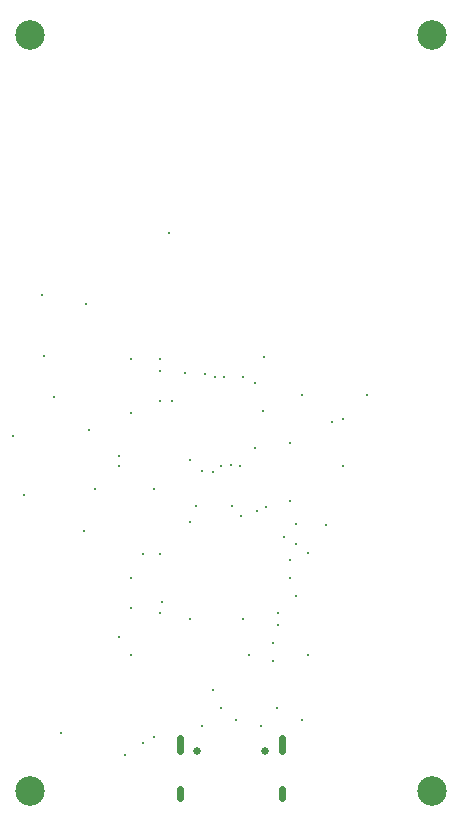
<source format=gbr>
%TF.GenerationSoftware,KiCad,Pcbnew,9.0.3*%
%TF.CreationDate,2025-07-18T22:08:20-07:00*%
%TF.ProjectId,kikard,6b696b61-7264-42e6-9b69-6361645f7063,rev?*%
%TF.SameCoordinates,Original*%
%TF.FileFunction,Plated,1,2,PTH,Mixed*%
%TF.FilePolarity,Positive*%
%FSLAX46Y46*%
G04 Gerber Fmt 4.6, Leading zero omitted, Abs format (unit mm)*
G04 Created by KiCad (PCBNEW 9.0.3) date 2025-07-18 22:08:20*
%MOMM*%
%LPD*%
G01*
G04 APERTURE LIST*
%TA.AperFunction,ViaDrill*%
%ADD10C,0.150000*%
%TD*%
%TA.AperFunction,ComponentDrill*%
%ADD11C,0.200000*%
%TD*%
%TA.AperFunction,ViaDrill*%
%ADD12C,0.300000*%
%TD*%
%TA.AperFunction,ComponentDrill*%
%ADD13C,0.300000*%
%TD*%
G04 aperture for slot hole*
%TA.AperFunction,ComponentDrill*%
%ADD14C,0.599999*%
%TD*%
%TA.AperFunction,ComponentDrill*%
%ADD15C,0.650000*%
%TD*%
%TA.AperFunction,ComponentDrill*%
%ADD16C,2.500000*%
%TD*%
G04 APERTURE END LIST*
D10*
X216000000Y-126500000D03*
X216450000Y-125350000D03*
X216450000Y-127850000D03*
X216950000Y-126100000D03*
X217700000Y-130350000D03*
X218200000Y-124850000D03*
X218450000Y-130850000D03*
X218700000Y-130350000D03*
X219200000Y-130350000D03*
X219700000Y-130350000D03*
X220700000Y-130350000D03*
X221200000Y-130350000D03*
X221700000Y-130350000D03*
X222450000Y-125600000D03*
X222450000Y-126600000D03*
X222450000Y-128100000D03*
X222450000Y-128600000D03*
X223096256Y-125288769D03*
D11*
%TO.C,AE2*%
X207700000Y-105800000D03*
X214700000Y-99800000D03*
%TD*%
D12*
X201500000Y-117000000D03*
X202500000Y-122000000D03*
X204000000Y-105000000D03*
X204150000Y-110230000D03*
X205000000Y-113680000D03*
X207500000Y-125000000D03*
X208000000Y-116500000D03*
X208500000Y-121500000D03*
X210500000Y-118699997D03*
X210500000Y-119500000D03*
X210500000Y-134000000D03*
X211000000Y-144000000D03*
X211500000Y-110500000D03*
X211500000Y-115000000D03*
X211500000Y-129000000D03*
X211500000Y-131500000D03*
X211500000Y-135500000D03*
X212500000Y-127000000D03*
X212500000Y-143000000D03*
X213500000Y-121500000D03*
X213500000Y-142500000D03*
X214000000Y-110500000D03*
X214000000Y-111500000D03*
X214000000Y-114000000D03*
X214000000Y-127000000D03*
X214000000Y-132000000D03*
X214102000Y-131000000D03*
X215000000Y-114000000D03*
X216124265Y-111624265D03*
X216500000Y-119000000D03*
X216500000Y-132500000D03*
X216540156Y-124218905D03*
X217000000Y-122900000D03*
X217500000Y-141500000D03*
X217543849Y-119979567D03*
X217750000Y-111750000D03*
X218500000Y-120000000D03*
X218500000Y-138500000D03*
X218600000Y-112000000D03*
X219114579Y-119487851D03*
X219150000Y-140000000D03*
X219400000Y-112000000D03*
X219991063Y-119447187D03*
X220100000Y-122900000D03*
X220400000Y-141000000D03*
X220786793Y-119529761D03*
X220869121Y-123717651D03*
X221000000Y-112000000D03*
X221000000Y-132500000D03*
X221500000Y-135500000D03*
X222000000Y-112500000D03*
X222000000Y-118000000D03*
X222174265Y-123325735D03*
X222500000Y-141500000D03*
X222731478Y-114840399D03*
X222801735Y-110301735D03*
X222975735Y-122975735D03*
X223500000Y-134500000D03*
X223500000Y-136000000D03*
X223900000Y-140000000D03*
X224000000Y-132000000D03*
X224000000Y-133000000D03*
X224500000Y-125500000D03*
X225000000Y-117600000D03*
X225000000Y-122500000D03*
X225000000Y-127500000D03*
X225000000Y-129000000D03*
X225455000Y-124455000D03*
X225500000Y-126100000D03*
X225500000Y-130500000D03*
X226000000Y-113500000D03*
X226000000Y-141000000D03*
X226500000Y-126900000D03*
X226500000Y-135500000D03*
X228000000Y-124500000D03*
X228500000Y-115758450D03*
X229500000Y-115500000D03*
X229500000Y-119500000D03*
X231500000Y-113500000D03*
D13*
%TO.C,AE1*%
X205625000Y-142150000D03*
D14*
%TO.C,USB1*%
X215680000Y-143665011D02*
X215680000Y-142564989D01*
X215680000Y-147664999D02*
X215680000Y-146865001D01*
X224320000Y-143665011D02*
X224320000Y-142564989D01*
X224320000Y-147664999D02*
X224320000Y-146865001D01*
D15*
X217110000Y-143615000D03*
X222890000Y-143615000D03*
D16*
%TO.C,REF\u002A\u002A*%
X203000000Y-83000000D03*
X203000000Y-147000000D03*
X237000000Y-83000000D03*
X237000000Y-147000000D03*
M02*

</source>
